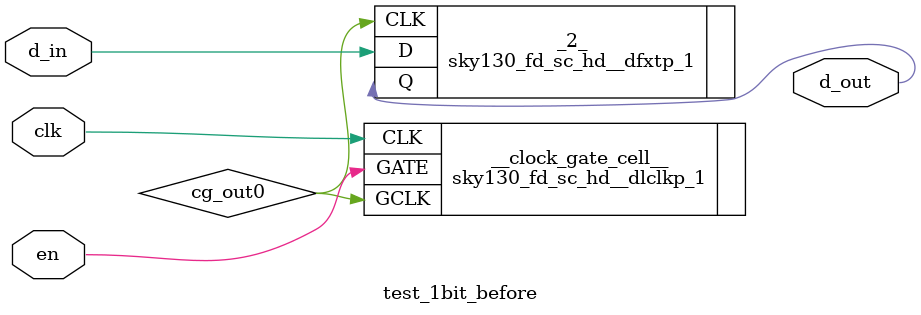
<source format=v>


module test_1bit_before
(
  d_in,
  clk,
  en,
  d_out
);

  wire cg_out0;
  wire _0_;
  input clk;
  input d_in;
  output d_out;
  input en;

  sky130_fd_sc_hd__dlclkp_1
  __clock_gate_cell__
  (
    .GCLK(cg_out0),
    .GATE(en),
    .CLK(clk)
  );


  sky130_fd_sc_hd__dfxtp_1
  _2_
  (
    .CLK(cg_out0),
    .D(d_in),
    .Q(d_out)
  );


endmodule


</source>
